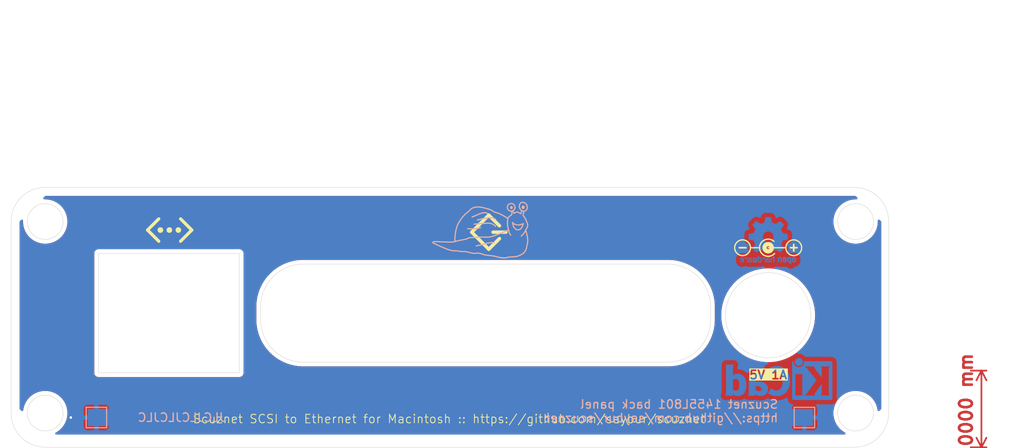
<source format=kicad_pcb>
(kicad_pcb (version 20240108) (generator "pcbnew") (generator_version "8.0")
  (title_block (title "Scuznet FR-4 Back Panel") (date "2024-10-06") (rev "1.2") (comment 1 "https://github.com/saybur/scuznet") (comment 2 "https://68kmla.org/bb/index.php?threads/scsi-to-ethernet-adapter-on-new-hardware.34586/"))
  (layers (0 "F.Cu" signal) (31 "B.Cu" signal) (36 "B.SilkS" user "B.Silkscreen") (37 "F.SilkS" user "F.Silkscreen") (38 "B.Mask" user) (39 "F.Mask" user) (44 "Edge.Cuts" user))
  (net 0 "")
  (net 1 "Earth")
  (footprint "Symbol:Symbol_Barrel_Polarity" (layer "F.Cu") (at 158.75 77)
    (property "Reference" "REF**" (hide yes))
    (property "Value" "Symbol_Barrel_Polarity")
  )
  (footprint "TestPoint:TestPoint_Pad_2.0x2.0mm" (layer "B.Cu") (at 80 97 180)
    (property "Reference" "TP2" (hide yes))
    (property "Value" "TestPoint")
  )
  (footprint "Symbol:OSHW-Logo2_7.3x6mm_Copper" (layer "B.Cu") (at 158.75 76.25 180)
    (property "Reference" "REF**" (hide yes))
    (property "Value" "OSHW-Logo2_7.3x6mm_Copper" (hide yes))
  )
  (footprint "scuznet:LOGO" (layer "B.Cu") (at 125 75 180)
    (property "Reference" "G***" (hide yes))
    (property "Value" "LOGO" (hide yes))
  )
  (footprint "TestPoint:TestPoint_Pad_2.0x2.0mm" (layer "B.Cu") (at 163 97 180)
    (property "Reference" "TP1" (hide yes))
    (property "Value" "TestPoint")
  )
  (footprint "Symbol:KiCad-Logo_5mm_Copper" (layer "B.Cu") (at 160 93 180)
    (property "Reference" "REF**" (hide yes))
    (property "Value" "KiCad-Logo_5mm_Copper" (hide yes))
  )
  (gr_poly (pts (xy 87.518454 74.673476) (xy 87.535155 74.674746) (xy 87.551614 74.676837) (xy 87.567809 74.679729) (xy 87.583719 74.683401) (xy 87.599325 74.687833) (xy 87.614606 74.693003) (xy 87.62954 74.698892) (xy 87.644108 74.705478) (xy 87.658288 74.71274) (xy 87.67206 74.720659) (xy 87.685403 74.729213) (xy 87.698297 74.738382) (xy 87.71072 74.748145) (xy 87.722653 74.758482) (xy 87.734075 74.769371) (xy 87.744964 74.780793) (xy 87.7553 74.792725) (xy 87.765063 74.805149) (xy 87.774232 74.818043) (xy 87.782786 74.831386) (xy 87.790705 74.845158) (xy 87.797968 74.859338) (xy 87.804554 74.873906) (xy 87.810442 74.88884) (xy 87.815612 74.904121) (xy 87.820044 74.919727) (xy 87.823716 74.935638) (xy 87.826608 74.951833) (xy 87.8287 74.968291) (xy 87.82997 74.984993) (xy 87.830398 75.001916) (xy 87.82997 75.018839) (xy 87.8287 75.035541) (xy 87.826608 75.051999) (xy 87.823716 75.068194) (xy 87.820044 75.084105) (xy 87.815612 75.099711) (xy 87.810442 75.114992) (xy 87.804554 75.129926) (xy 87.797968 75.144494) (xy 87.790705 75.158674) (xy 87.782786 75.172446) (xy 87.774232 75.185789) (xy 87.765063 75.198683) (xy 87.7553 75.211106) (xy 87.744964 75.223039) (xy 87.734075 75.23446) (xy 87.722653 75.24535) (xy 87.71072 75.255686) (xy 87.698297 75.265449) (xy 87.685403 75.274618) (xy 87.67206 75.283172) (xy 87.658288 75.291091) (xy 87.644108 75.298354) (xy 87.62954 75.30494) (xy 87.614606 75.310828) (xy 87.599325 75.315998) (xy 87.583719 75.32043) (xy 87.567809 75.324102) (xy 87.551614 75.326994) (xy 87.535155 75.329086) (xy 87.518454 75.330356) (xy 87.50153 75.330784) (xy 87.484607 75.330356) (xy 87.467905 75.329086) (xy 87.451447 75.326994) (xy 87.435252 75.324102) (xy 87.419341 75.32043) (xy 87.403735 75.315998) (xy 87.388455 75.310828) (xy 87.37352 75.30494) (xy 87.358953 75.298354) (xy 87.344772 75.291091) (xy 87.331 75.283172) (xy 87.317657 75.274618) (xy 87.304763 75.265449) (xy 87.29234 75.255686) (xy 87.280407 75.24535) (xy 87.268986 75.23446) (xy 87.258096 75.223039) (xy 87.24776 75.211106) (xy 87.237997 75.198683) (xy 87.228828 75.185789) (xy 87.220274 75.172446) (xy 87.212355 75.158674) (xy 87.205092 75.144494) (xy 87.198507 75.129926) (xy 87.192618 75.114992) (xy 87.187448 75.099711) (xy 87.183016 75.084105) (xy 87.179344 75.068194) (xy 87.176452 75.051999) (xy 87.17436 75.035541) (xy 87.17309 75.018839) (xy 87.172663 75.001916) (xy 87.17309 74.984993) (xy 87.17436 74.968291) (xy 87.176452 74.951833) (xy 87.179344 74.935638) (xy 87.183016 74.919727) (xy 87.187448 74.904121) (xy 87.192618 74.88884) (xy 87.198507 74.873906) (xy 87.205092 74.859338) (xy 87.212355 74.845158) (xy 87.220274 74.831386) (xy 87.228828 74.818043) (xy 87.237997 74.805149) (xy 87.24776 74.792725) (xy 87.258096 74.780793) (xy 87.268986 74.769371) (xy 87.280407 74.758482) (xy 87.29234 74.748145) (xy 87.304763 74.738382) (xy 87.317657 74.729213) (xy 87.331 74.720659) (xy 87.344772 74.71274) (xy 87.358953 74.705478) (xy 87.37352 74.698892) (xy 87.388455 74.693003) (xy 87.403735 74.687833) (xy 87.419341 74.683401) (xy 87.435252 74.679729) (xy 87.451447 74.676837) (xy 87.467905 74.674746) (xy 87.484607 74.673476) (xy 87.50153 74.673048)) (stroke (width -0.000001)) (fill solid) (layer "F.SilkS"))
  (gr_line (start 86 75) (end 87.311639 73.686445) (stroke (width 0.372889)) (layer "F.SilkS"))
  (gr_line (start 126 77.25) (end 124 75.25) (stroke (width 0.4)) (layer "F.SilkS"))
  (gr_line (start 127.25 74.5) (end 126 73.25) (stroke (width 0.4)) (layer "F.SilkS"))
  (gr_line (start 128 75.25) (end 126.5 75.25) (stroke (width 0.4)) (layer "F.SilkS"))
  (gr_line (start 91.181016 75) (end 89.869377 73.686445) (stroke (width 0.372889)) (layer "F.SilkS"))
  (gr_poly (pts (xy 89.623208 74.673476) (xy 89.639909 74.674746) (xy 89.656368 74.676837) (xy 89.672563 74.679729) (xy 89.688473 74.683401) (xy 89.704079 74.687833) (xy 89.71936 74.693003) (xy 89.734294 74.698892) (xy 89.748862 74.705478) (xy 89.763042 74.71274) (xy 89.776814 74.720659) (xy 89.790157 74.729213) (xy 89.803051 74.738382) (xy 89.815475 74.748145) (xy 89.827407 74.758482) (xy 89.838829 74.769371) (xy 89.849718 74.780793) (xy 89.860054 74.792725) (xy 89.869818 74.805149) (xy 89.878986 74.818043) (xy 89.887541 74.831386) (xy 89.895459 74.845158) (xy 89.902722 74.859338) (xy 89.909308 74.873906) (xy 89.915196 74.88884) (xy 89.920367 74.904121) (xy 89.924798 74.919727) (xy 89.92847 74.935638) (xy 89.931363 74.951833) (xy 89.933454 74.968291) (xy 89.934724 74.984993) (xy 89.935152 75.001916) (xy 89.934724 75.018839) (xy 89.933454 75.035541) (xy 89.931363 75.051999) (xy 89.92847 75.068194) (xy 89.924798 75.084105) (xy 89.920367 75.099711) (xy 89.915196 75.114992) (xy 89.909308 75.129926) (xy 89.902722 75.144494) (xy 89.895459 75.158674) (xy 89.887541 75.172446) (xy 89.878986 75.185789) (xy 89.869818 75.198683) (xy 89.860054 75.211106) (xy 89.849718 75.223039) (xy 89.838829 75.23446) (xy 89.827407 75.24535) (xy 89.815475 75.255686) (xy 89.803051 75.265449) (xy 89.790157 75.274618) (xy 89.776814 75.283172) (xy 89.763042 75.291091) (xy 89.748862 75.298354) (xy 89.734294 75.30494) (xy 89.71936 75.310828) (xy 89.704079 75.315998) (xy 89.688473 75.32043) (xy 89.672563 75.324102) (xy 89.656368 75.326994) (xy 89.639909 75.329086) (xy 89.623208 75.330356) (xy 89.606284 75.330784) (xy 89.589361 75.330356) (xy 89.57266 75.329086) (xy 89.556201 75.326994) (xy 89.540006 75.324102) (xy 89.524095 75.32043) (xy 89.508489 75.315998) (xy 89.493209 75.310828) (xy 89.478274 75.30494) (xy 89.463707 75.298354) (xy 89.449527 75.291091) (xy 89.435755 75.283172) (xy 89.422412 75.274618) (xy 89.409518 75.265449) (xy 89.397094 75.255686) (xy 89.385161 75.24535) (xy 89.37374 75.23446) (xy 89.362851 75.223039) (xy 89.352514 75.211106) (xy 89.342751 75.198683) (xy 89.333583 75.185789) (xy 89.325028 75.172446) (xy 89.31711 75.158674) (xy 89.309847 75.144494) (xy 89.303261 75.129926) (xy 89.297373 75.114992) (xy 89.292202 75.099711) (xy 89.287771 75.084105) (xy 89.284099 75.068194) (xy 89.281207 75.051999) (xy 89.279115 75.035541) (xy 89.277845 75.018839) (xy 89.277417 75.001916) (xy 89.277845 74.984993) (xy 89.279115 74.968291) (xy 89.281207 74.951833) (xy 89.284099 74.935638) (xy 89.287771 74.919727) (xy 89.292202 74.904121) (xy 89.297373 74.88884) (xy 89.303261 74.873906) (xy 89.309847 74.859338) (xy 89.31711 74.845158) (xy 89.325028 74.831386) (xy 89.333583 74.818043) (xy 89.342751 74.805149) (xy 89.352514 74.792725) (xy 89.362851 74.780793) (xy 89.37374 74.769371) (xy 89.385161 74.758482) (xy 89.397094 74.748145) (xy 89.409518 74.738382) (xy 89.422412 74.729213) (xy 89.435755 74.720659) (xy 89.449527 74.71274) (xy 89.463707 74.705478) (xy 89.478274 74.698892) (xy 89.493209 74.693003) (xy 89.508489 74.687833) (xy 89.524095 74.683401) (xy 89.540006 74.679729) (xy 89.556201 74.676837) (xy 89.57266 74.674746) (xy 89.589361 74.673476) (xy 89.606284 74.673048)) (stroke (width -0.000001)) (fill solid) (layer "F.SilkS"))
  (gr_line (start 124 75.25) (end 126 73.25) (stroke (width 0.4)) (layer "F.SilkS"))
  (gr_line (start 87.311639 76.313556) (end 86 75) (stroke (width 0.372889)) (layer "F.SilkS"))
  (gr_line (start 127.25 76) (end 126 77.25) (stroke (width 0.4)) (layer "F.SilkS"))
  (gr_poly (pts (xy 88.570831 74.673476) (xy 88.587532 74.674746) (xy 88.603991 74.676837) (xy 88.620186 74.679729) (xy 88.636097 74.683401) (xy 88.651703 74.687833) (xy 88.666983 74.693003) (xy 88.681918 74.698892) (xy 88.696485 74.705478) (xy 88.710665 74.71274) (xy 88.724437 74.720659) (xy 88.73778 74.729213) (xy 88.750674 74.738382) (xy 88.763098 74.748145) (xy 88.77503 74.758482) (xy 88.786452 74.769371) (xy 88.797341 74.780793) (xy 88.807677 74.792725) (xy 88.81744 74.805149) (xy 88.826609 74.818043) (xy 88.835164 74.831386) (xy 88.843082 74.845158) (xy 88.850345 74.859338) (xy 88.856931 74.873906) (xy 88.862819 74.88884) (xy 88.867989 74.904121) (xy 88.872421 74.919727) (xy 88.876093 74.935638) (xy 88.878985 74.951833) (xy 88.881077 74.968291) (xy 88.882347 74.984993) (xy 88.882775 75.001916) (xy 88.882347 75.018839) (xy 88.881077 75.035541) (xy 88.878985 75.051999) (xy 88.876093 75.068194) (xy 88.872421 75.084105) (xy 88.867989 75.099711) (xy 88.862819 75.114992) (xy 88.856931 75.129926) (xy 88.850345 75.144494) (xy 88.843082 75.158674) (xy 88.835164 75.172446) (xy 88.826609 75.185789) (xy 88.81744 75.198683) (xy 88.807677 75.211106) (xy 88.797341 75.223039) (xy 88.786452 75.23446) (xy 88.77503 75.24535) (xy 88.763098 75.255686) (xy 88.750674 75.265449) (xy 88.73778 75.274618) (xy 88.724437 75.283172) (xy 88.710665 75.291091) (xy 88.696485 75.298354) (xy 88.681918 75.30494) (xy 88.666983 75.310828) (xy 88.651703 75.315998) (xy 88.636097 75.32043) (xy 88.620186 75.324102) (xy 88.603991 75.326994) (xy 88.587532 75.329086) (xy 88.570831 75.330356) (xy 88.553907 75.330784) (xy 88.536984 75.330356) (xy 88.520283 75.329086) (xy 88.503824 75.326994) (xy 88.487629 75.324102) (xy 88.471718 75.32043) (xy 88.456112 75.315998) (xy 88.440832 75.310828) (xy 88.425897 75.30494) (xy 88.41133 75.298354) (xy 88.397149 75.291091) (xy 88.383377 75.283172) (xy 88.370034 75.274618) (xy 88.357141 75.265449) (xy 88.344717 75.255686) (xy 88.332784 75.24535) (xy 88.321363 75.23446) (xy 88.310474 75.223039) (xy 88.300137 75.211106) (xy 88.290374 75.198683) (xy 88.281205 75.185789) (xy 88.272651 75.172446) (xy 88.264732 75.158674) (xy 88.25747 75.144494) (xy 88.250884 75.129926) (xy 88.244995 75.114992) (xy 88.239825 75.099711) (xy 88.235393 75.084105) (xy 88.231721 75.068194) (xy 88.228829 75.051999) (xy 88.226738 75.035541) (xy 88.225468 75.018839) (xy 88.22504 75.001916) (xy 88.225468 74.984993) (xy 88.226738 74.968291) (xy 88.228829 74.951833) (xy 88.231721 74.935638) (xy 88.235393 74.919727) (xy 88.239825 74.904121) (xy 88.244995 74.88884) (xy 88.250884 74.873906) (xy 88.25747 74.859338) (xy 88.264732 74.845158) (xy 88.272651 74.831386) (xy 88.281205 74.818043) (xy 88.290374 74.805149) (xy 88.300137 74.792725) (xy 88.310474 74.780793) (xy 88.321363 74.769371) (xy 88.332784 74.758482) (xy 88.344717 74.748145) (xy 88.357141 74.738382) (xy 88.370034 74.729213) (xy 88.383377 74.720659) (xy 88.397149 74.71274) (xy 88.41133 74.705478) (xy 88.425897 74.698892) (xy 88.440832 74.693003) (xy 88.456112 74.687833) (xy 88.471718 74.683401) (xy 88.487629 74.679729) (xy 88.503824 74.676837) (xy 88.520283 74.674746) (xy 88.536984 74.673476) (xy 88.553907 74.673048)) (stroke (width -0.000001)) (fill solid) (layer "F.SilkS"))
  (gr_line (start 89.869377 76.313556) (end 91.181016 75) (stroke (width 0.372889)) (layer "F.SilkS"))
  (gr_circle (center 169 96.48) (end 171.1 96.48) (stroke (width 0.05)) (fill none) (layer "Edge.Cuts"))
  (gr_arc (start 172.87 96.48) (mid 171.698427 99.308427) (end 168.87 100.48) (stroke (width 0.05)) (layer "Edge.Cuts"))
  (gr_line (start 80.25 91.75) (end 80.25 77.75) (stroke (width 0.05)) (layer "Edge.Cuts"))
  (gr_line (start 74 100.48) (end 168.87 100.48) (stroke (width 0.05)) (layer "Edge.Cuts"))
  (gr_line (start 99.25 85.5) (end 99.25 84) (stroke (width 0.05)) (layer "Edge.Cuts"))
  (gr_circle (center 74 74) (end 76.1 74) (stroke (width 0.05)) (fill none) (layer "Edge.Cuts"))
  (gr_circle (center 74 96.48) (end 76.1 96.48) (stroke (width 0.05)) (fill none) (layer "Edge.Cuts"))
  (gr_arc (start 104.25 90.5) (mid 100.714466 89.035534) (end 99.25 85.5) (stroke (width 0.05)) (layer "Edge.Cuts"))
  (gr_circle (center 158.75 85) (end 163.75 85) (stroke (width 0.05)) (fill none) (layer "Edge.Cuts"))
  (gr_line (start 74 70) (end 168.87 70) (stroke (width 0.05)) (layer "Edge.Cuts"))
  (gr_line (start 96.75 77.75) (end 96.75 91.75) (stroke (width 0.05)) (layer "Edge.Cuts"))
  (gr_line (start 147 90.5) (end 104.25 90.5) (stroke (width 0.05)) (layer "Edge.Cuts"))
  (gr_line (start 80.25 77.75) (end 96.75 77.75) (stroke (width 0.05)) (layer "Edge.Cuts"))
  (gr_arc (start 147 79) (mid 150.535534 80.464466) (end 152 84) (stroke (width 0.05)) (layer "Edge.Cuts"))
  (gr_arc (start 70 74) (mid 71.171573 71.171573) (end 74 70) (stroke (width 0.05)) (layer "Edge.Cuts"))
  (gr_arc (start 152 85.5) (mid 150.535534 89.035534) (end 147 90.5) (stroke (width 0.05)) (layer "Edge.Cuts"))
  (gr_line (start 70 74) (end 70 96.48) (stroke (width 0.05)) (layer "Edge.Cuts"))
  (gr_arc (start 99.25 84) (mid 100.714466 80.464466) (end 104.25 79) (stroke (width 0.05)) (layer "Edge.Cuts"))
  (gr_circle (center 169 74) (end 171.1 74) (stroke (width 0.05)) (fill none) (layer "Edge.Cuts"))
  (gr_line (start 152 85.5) (end 152 84) (stroke (width 0.05)) (layer "Edge.Cuts"))
  (gr_line (start 96.75 91.75) (end 80.25 91.75) (stroke (width 0.05)) (layer "Edge.Cuts"))
  (gr_line (start 147 79) (end 104.25 79) (stroke (width 0.05)) (layer "Edge.Cuts"))
  (gr_line (start 172.87 74) (end 172.87 96.48) (stroke (width 0.05)) (layer "Edge.Cuts"))
  (gr_arc (start 74 100.48) (mid 71.171573 99.308427) (end 70 96.48) (stroke (width 0.05)) (layer "Edge.Cuts"))
  (gr_arc (start 168.87 70) (mid 171.698427 71.171573) (end 172.87 74) (stroke (width 0.05)) (layer "Edge.Cuts"))
  (gr_text "Scuznet 1455L801 back panel\nhttps://github.com/saybur/scuznet" (at 160 96.25 0) (layer "B.SilkS") (effects (font (size 1 1)) (justify left mirror)))
  (gr_text "JLCJLCJLCJLC" (at 90 97 0) (layer "B.SilkS") (effects (font (size 1 1)) (justify mirror)))
  (gr_text "5V 1A" (at 158.75 92 0) (layer "F.SilkS" knockout) (effects (font (size 1 1) (thickness 0.2) (bold yes))))
  (gr_text "-" (at 155.75 77 0) (layer "F.SilkS") (effects (font (size 1 1) (thickness 0.2) (bold yes))))
  (gr_text "Scuznet SCSI to Ethernet for Macintosh :: https://github.com/saybur/scuznet" (at 91.25 97.75 0) (layer "F.SilkS") (effects (font (size 1 1) (thickness 0.1)) (justify left bottom)))
  (gr_text "+" (at 161.75 77 0) (layer "F.SilkS") (effects (font (size 1 1) (thickness 0.2) (bold yes))))
  (dimension (type aligned) (layer "F.Cu") (pts (xy 182 100.5) (xy 182 91.5)) (height 1.75) (gr_text "9.0000 mm" (at 181.95 96 90) (layer "F.Cu") (effects (font (size 1.5 1.5) (thickness 0.3)))) (format (prefix "") (suffix "") (units 3) (units_format 1) (precision 4)) (style (thickness 0.2) (arrow_length 1.27) (text_position_mode 0) (extension_height 0.58642) (extension_offset 0.5) keep_text_aligned))
  (segment (start 77 97) (end 77 91) (width 0.2) (layer "F.Cu") (net 1))
  (via (at 77 97) (size 0.5) (drill 0.3) (layers "F.Cu" "B.Cu") (net 1))
  (segment (start 163 97) (end 80 97) (width 2) (layer "B.Cu") (net 1))
  (segment (start 77 97) (end 80 97) (width 0.2) (layer "B.Cu") (net 1))
  (zone (net 1) (net_name "Earth") (layer "F.Cu") (priority 1) (connect_pads (clearance 0.5)) (min_thickness 0.25) (fill yes (thermal_gap 0.5) (thermal_bridge_width 0.5))
    (polygon (pts (xy 71 74) (xy 74 71) (xy 169 71) (xy 172 74) (xy 172 96) (xy 169 99) (xy 74 99) (xy 71 96)))
  )
  (zone (net 1) (net_name "Earth") (layer "B.Cu") (connect_pads (clearance 0.5)) (min_thickness 0.25) (fill yes (thermal_gap 0.5) (thermal_bridge_width 0.5))
    (polygon (pts (xy 169 99) (xy 172 96) (xy 172 74) (xy 169 71) (xy 74 71) (xy 71 74) (xy 71 96) (xy 74 99)))
  )
)
</source>
